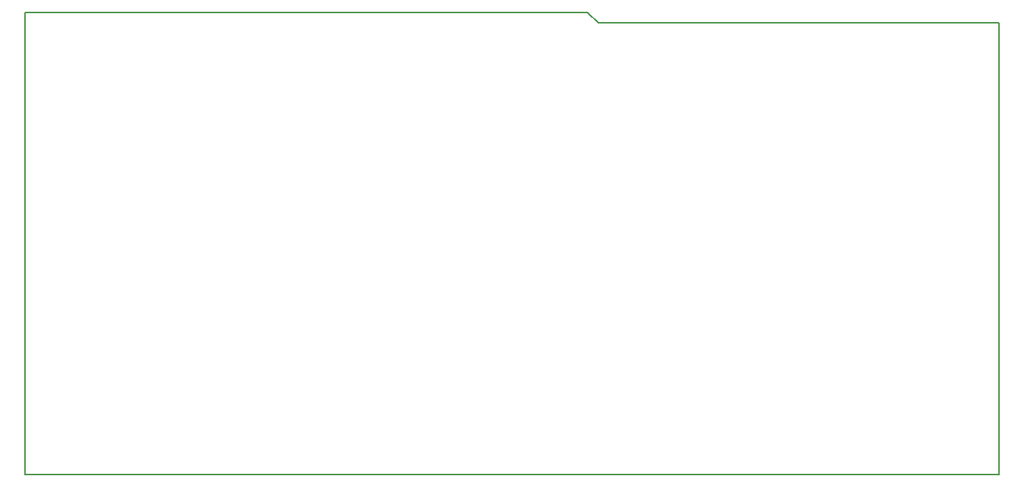
<source format=gbr>
G04 #@! TF.FileFunction,Profile,NP*
%FSLAX46Y46*%
G04 Gerber Fmt 4.6, Leading zero omitted, Abs format (unit mm)*
G04 Created by KiCad (PCBNEW 4.0.7) date 09/05/17 21:12:23*
%MOMM*%
%LPD*%
G01*
G04 APERTURE LIST*
%ADD10C,0.100000*%
%ADD11C,0.150000*%
G04 APERTURE END LIST*
D10*
D11*
X260700000Y-105000000D02*
X148500000Y-105000000D01*
X260700000Y-52900000D02*
X260700000Y-105000000D01*
X214500000Y-52900000D02*
X260700000Y-52900000D01*
X213300000Y-51700000D02*
X214500000Y-52900000D01*
X148500000Y-51700000D02*
X213300000Y-51700000D01*
X148500000Y-105000000D02*
X148500000Y-51700000D01*
M02*

</source>
